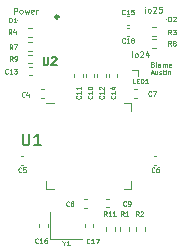
<source format=gbr>
%TF.GenerationSoftware,KiCad,Pcbnew,6.0.11+dfsg-1~bpo11+1*%
%TF.CreationDate,2023-07-13T21:39:36-04:00*%
%TF.ProjectId,Pop-In RP2040,506f702d-496e-4205-9250-323034302e6b,rev?*%
%TF.SameCoordinates,PX5f5e100PY5f5e100*%
%TF.FileFunction,Legend,Top*%
%TF.FilePolarity,Positive*%
%FSLAX46Y46*%
G04 Gerber Fmt 4.6, Leading zero omitted, Abs format (unit mm)*
G04 Created by KiCad (PCBNEW 6.0.11+dfsg-1~bpo11+1) date 2023-07-13 21:39:36*
%MOMM*%
%LPD*%
G01*
G04 APERTURE LIST*
%ADD10C,0.125000*%
%ADD11C,0.100000*%
%ADD12C,0.175000*%
%ADD13C,0.150000*%
%ADD14C,0.120000*%
%ADD15C,0.250000*%
G04 APERTURE END LIST*
D10*
X4865913Y9663569D02*
X4865913Y9996902D01*
X4865913Y10163569D02*
X4842103Y10139759D01*
X4865913Y10115950D01*
X4889722Y10139759D01*
X4865913Y10163569D01*
X4865913Y10115950D01*
X5175436Y9663569D02*
X5127817Y9687379D01*
X5104008Y9711188D01*
X5080198Y9758807D01*
X5080198Y9901664D01*
X5104008Y9949283D01*
X5127817Y9973093D01*
X5175436Y9996902D01*
X5246865Y9996902D01*
X5294484Y9973093D01*
X5318294Y9949283D01*
X5342103Y9901664D01*
X5342103Y9758807D01*
X5318294Y9711188D01*
X5294484Y9687379D01*
X5246865Y9663569D01*
X5175436Y9663569D01*
X5532579Y10115950D02*
X5556389Y10139759D01*
X5604008Y10163569D01*
X5723055Y10163569D01*
X5770674Y10139759D01*
X5794484Y10115950D01*
X5818294Y10068331D01*
X5818294Y10020712D01*
X5794484Y9949283D01*
X5508770Y9663569D01*
X5818294Y9663569D01*
X6270674Y10163569D02*
X6032579Y10163569D01*
X6008770Y9925474D01*
X6032579Y9949283D01*
X6080198Y9973093D01*
X6199246Y9973093D01*
X6246865Y9949283D01*
X6270674Y9925474D01*
X6294484Y9877855D01*
X6294484Y9758807D01*
X6270674Y9711188D01*
X6246865Y9687379D01*
X6199246Y9663569D01*
X6080198Y9663569D01*
X6032579Y9687379D01*
X6008770Y9711188D01*
X3754400Y5884222D02*
X3754400Y6217555D01*
X3754400Y6384222D02*
X3730590Y6360412D01*
X3754400Y6336603D01*
X3778209Y6360412D01*
X3754400Y6384222D01*
X3754400Y6336603D01*
X4063923Y5884222D02*
X4016304Y5908032D01*
X3992495Y5931841D01*
X3968685Y5979460D01*
X3968685Y6122317D01*
X3992495Y6169936D01*
X4016304Y6193746D01*
X4063923Y6217555D01*
X4135352Y6217555D01*
X4182971Y6193746D01*
X4206781Y6169936D01*
X4230590Y6122317D01*
X4230590Y5979460D01*
X4206781Y5931841D01*
X4182971Y5908032D01*
X4135352Y5884222D01*
X4063923Y5884222D01*
X4421066Y6336603D02*
X4444876Y6360412D01*
X4492495Y6384222D01*
X4611542Y6384222D01*
X4659161Y6360412D01*
X4682971Y6336603D01*
X4706781Y6288984D01*
X4706781Y6241365D01*
X4682971Y6169936D01*
X4397257Y5884222D01*
X4706781Y5884222D01*
X5135352Y6217555D02*
X5135352Y5884222D01*
X5016304Y6408032D02*
X4897257Y6050889D01*
X5206781Y6050889D01*
X-6251485Y9574563D02*
X-6251485Y10074563D01*
X-6061009Y10074563D01*
X-6013389Y10050753D01*
X-5989580Y10026944D01*
X-5965770Y9979325D01*
X-5965770Y9907896D01*
X-5989580Y9860277D01*
X-6013389Y9836468D01*
X-6061009Y9812658D01*
X-6251485Y9812658D01*
X-5680056Y9574563D02*
X-5727675Y9598373D01*
X-5751485Y9622182D01*
X-5775294Y9669801D01*
X-5775294Y9812658D01*
X-5751485Y9860277D01*
X-5727675Y9884087D01*
X-5680056Y9907896D01*
X-5608628Y9907896D01*
X-5561009Y9884087D01*
X-5537199Y9860277D01*
X-5513389Y9812658D01*
X-5513389Y9669801D01*
X-5537199Y9622182D01*
X-5561009Y9598373D01*
X-5608628Y9574563D01*
X-5680056Y9574563D01*
X-5346723Y9907896D02*
X-5251485Y9574563D01*
X-5156247Y9812658D01*
X-5061009Y9574563D01*
X-4965770Y9907896D01*
X-4584818Y9598373D02*
X-4632437Y9574563D01*
X-4727675Y9574563D01*
X-4775294Y9598373D01*
X-4799104Y9645992D01*
X-4799104Y9836468D01*
X-4775294Y9884087D01*
X-4727675Y9907896D01*
X-4632437Y9907896D01*
X-4584818Y9884087D01*
X-4561009Y9836468D01*
X-4561009Y9788849D01*
X-4799104Y9741230D01*
X-4346723Y9574563D02*
X-4346723Y9907896D01*
X-4346723Y9812658D02*
X-4322913Y9860277D01*
X-4299104Y9884087D01*
X-4251485Y9907896D01*
X-4203866Y9907896D01*
D11*
X5501628Y5285593D02*
X5558771Y5266545D01*
X5577819Y5247498D01*
X5596867Y5209402D01*
X5596867Y5152260D01*
X5577819Y5114164D01*
X5558771Y5095117D01*
X5520676Y5076069D01*
X5368295Y5076069D01*
X5368295Y5476069D01*
X5501628Y5476069D01*
X5539724Y5457021D01*
X5558771Y5437974D01*
X5577819Y5399879D01*
X5577819Y5361783D01*
X5558771Y5323688D01*
X5539724Y5304641D01*
X5501628Y5285593D01*
X5368295Y5285593D01*
X5825438Y5076069D02*
X5787343Y5095117D01*
X5768295Y5133212D01*
X5768295Y5476069D01*
X6149247Y5076069D02*
X6149247Y5285593D01*
X6130200Y5323688D01*
X6092105Y5342736D01*
X6015914Y5342736D01*
X5977819Y5323688D01*
X6149247Y5095117D02*
X6111152Y5076069D01*
X6015914Y5076069D01*
X5977819Y5095117D01*
X5958771Y5133212D01*
X5958771Y5171307D01*
X5977819Y5209402D01*
X6015914Y5228450D01*
X6111152Y5228450D01*
X6149247Y5247498D01*
X6339724Y5076069D02*
X6339724Y5342736D01*
X6339724Y5304641D02*
X6358771Y5323688D01*
X6396867Y5342736D01*
X6454009Y5342736D01*
X6492105Y5323688D01*
X6511152Y5285593D01*
X6511152Y5076069D01*
X6511152Y5285593D02*
X6530200Y5323688D01*
X6568295Y5342736D01*
X6625438Y5342736D01*
X6663533Y5323688D01*
X6682581Y5285593D01*
X6682581Y5076069D01*
X7025438Y5095117D02*
X6987343Y5076069D01*
X6911152Y5076069D01*
X6873057Y5095117D01*
X6854009Y5133212D01*
X6854009Y5285593D01*
X6873057Y5323688D01*
X6911152Y5342736D01*
X6987343Y5342736D01*
X7025438Y5323688D01*
X7044486Y5285593D01*
X7044486Y5247498D01*
X6854009Y5209402D01*
X5368295Y4546355D02*
X5558771Y4546355D01*
X5330200Y4432069D02*
X5463533Y4832069D01*
X5596867Y4432069D01*
X5901628Y4698736D02*
X5901628Y4432069D01*
X5730200Y4698736D02*
X5730200Y4489212D01*
X5749247Y4451117D01*
X5787343Y4432069D01*
X5844486Y4432069D01*
X5882581Y4451117D01*
X5901628Y4470164D01*
X6073057Y4451117D02*
X6111152Y4432069D01*
X6187343Y4432069D01*
X6225438Y4451117D01*
X6244486Y4489212D01*
X6244486Y4508260D01*
X6225438Y4546355D01*
X6187343Y4565402D01*
X6130200Y4565402D01*
X6092105Y4584450D01*
X6073057Y4622545D01*
X6073057Y4641593D01*
X6092105Y4679688D01*
X6130200Y4698736D01*
X6187343Y4698736D01*
X6225438Y4679688D01*
X6358771Y4698736D02*
X6511152Y4698736D01*
X6415914Y4832069D02*
X6415914Y4489212D01*
X6434962Y4451117D01*
X6473057Y4432069D01*
X6511152Y4432069D01*
X6644486Y4432069D02*
X6644486Y4698736D01*
X6644486Y4832069D02*
X6625438Y4813021D01*
X6644486Y4793974D01*
X6663533Y4813021D01*
X6644486Y4832069D01*
X6644486Y4793974D01*
X6834962Y4698736D02*
X6834962Y4432069D01*
X6834962Y4660641D02*
X6854009Y4679688D01*
X6892105Y4698736D01*
X6949247Y4698736D01*
X6987343Y4679688D01*
X7006390Y4641593D01*
X7006390Y4432069D01*
%TO.C,C15*%
X3151822Y9557133D02*
X3132774Y9538086D01*
X3075631Y9519038D01*
X3037536Y9519038D01*
X2980393Y9538086D01*
X2942298Y9576181D01*
X2923250Y9614276D01*
X2904203Y9690467D01*
X2904203Y9747610D01*
X2923250Y9823800D01*
X2942298Y9861895D01*
X2980393Y9899990D01*
X3037536Y9919038D01*
X3075631Y9919038D01*
X3132774Y9899990D01*
X3151822Y9880943D01*
X3532774Y9519038D02*
X3304203Y9519038D01*
X3418488Y9519038D02*
X3418488Y9919038D01*
X3380393Y9861895D01*
X3342298Y9823800D01*
X3304203Y9804752D01*
X3894679Y9919038D02*
X3704203Y9919038D01*
X3685155Y9728562D01*
X3704203Y9747610D01*
X3742298Y9766657D01*
X3837536Y9766657D01*
X3875631Y9747610D01*
X3894679Y9728562D01*
X3913726Y9690467D01*
X3913726Y9595229D01*
X3894679Y9557133D01*
X3875631Y9538086D01*
X3837536Y9519038D01*
X3742298Y9519038D01*
X3704203Y9538086D01*
X3685155Y9557133D01*
D12*
%TO.C,U2*%
X-3737444Y5913472D02*
X-3737444Y5346805D01*
X-3704110Y5280138D01*
X-3670777Y5246805D01*
X-3604110Y5213472D01*
X-3470777Y5213472D01*
X-3404110Y5246805D01*
X-3370777Y5280138D01*
X-3337444Y5346805D01*
X-3337444Y5913472D01*
X-3037444Y5846805D02*
X-3004110Y5880138D01*
X-2937444Y5913472D01*
X-2770777Y5913472D01*
X-2704110Y5880138D01*
X-2670777Y5846805D01*
X-2637444Y5780138D01*
X-2637444Y5713472D01*
X-2670777Y5613472D01*
X-3070777Y5213472D01*
X-2637444Y5213472D01*
D11*
%TO.C,D2*%
X6838174Y8925781D02*
X6838174Y9325781D01*
X6933413Y9325781D01*
X6990555Y9306733D01*
X7028651Y9268638D01*
X7047698Y9230543D01*
X7066746Y9154353D01*
X7066746Y9097210D01*
X7047698Y9021019D01*
X7028651Y8982924D01*
X6990555Y8944829D01*
X6933413Y8925781D01*
X6838174Y8925781D01*
X7219127Y9287686D02*
X7238174Y9306733D01*
X7276270Y9325781D01*
X7371508Y9325781D01*
X7409603Y9306733D01*
X7428651Y9287686D01*
X7447698Y9249591D01*
X7447698Y9211495D01*
X7428651Y9154353D01*
X7200079Y8925781D01*
X7447698Y8925781D01*
%TO.C,Y1*%
X-2006260Y-9859224D02*
X-2006260Y-10049700D01*
X-2139593Y-9649700D02*
X-2006260Y-9859224D01*
X-1872926Y-9649700D01*
X-1530069Y-10049700D02*
X-1758641Y-10049700D01*
X-1644355Y-10049700D02*
X-1644355Y-9649700D01*
X-1682450Y-9706843D01*
X-1720545Y-9744938D01*
X-1758641Y-9763986D01*
%TO.C,R3*%
X7055240Y7808311D02*
X6921907Y7998787D01*
X6826668Y7808311D02*
X6826668Y8208311D01*
X6979049Y8208311D01*
X7017145Y8189263D01*
X7036192Y8170216D01*
X7055240Y8132121D01*
X7055240Y8074978D01*
X7036192Y8036883D01*
X7017145Y8017835D01*
X6979049Y7998787D01*
X6826668Y7998787D01*
X7188573Y8208311D02*
X7436192Y8208311D01*
X7302859Y8055930D01*
X7360002Y8055930D01*
X7398097Y8036883D01*
X7417145Y8017835D01*
X7436192Y7979740D01*
X7436192Y7884502D01*
X7417145Y7846406D01*
X7398097Y7827359D01*
X7360002Y7808311D01*
X7245716Y7808311D01*
X7207621Y7827359D01*
X7188573Y7846406D01*
%TO.C,C6*%
X5655052Y-3806630D02*
X5636004Y-3825677D01*
X5578861Y-3844725D01*
X5540766Y-3844725D01*
X5483623Y-3825677D01*
X5445528Y-3787582D01*
X5426480Y-3749487D01*
X5407433Y-3673296D01*
X5407433Y-3616153D01*
X5426480Y-3539963D01*
X5445528Y-3501868D01*
X5483623Y-3463773D01*
X5540766Y-3444725D01*
X5578861Y-3444725D01*
X5636004Y-3463773D01*
X5655052Y-3482820D01*
X5997909Y-3444725D02*
X5921719Y-3444725D01*
X5883623Y-3463773D01*
X5864576Y-3482820D01*
X5826480Y-3539963D01*
X5807433Y-3616153D01*
X5807433Y-3768534D01*
X5826480Y-3806630D01*
X5845528Y-3825677D01*
X5883623Y-3844725D01*
X5959814Y-3844725D01*
X5997909Y-3825677D01*
X6016957Y-3806630D01*
X6036004Y-3768534D01*
X6036004Y-3673296D01*
X6016957Y-3635201D01*
X5997909Y-3616153D01*
X5959814Y-3597106D01*
X5883623Y-3597106D01*
X5845528Y-3616153D01*
X5826480Y-3635201D01*
X5807433Y-3673296D01*
%TO.C,R9*%
X-6351115Y5576262D02*
X-6484448Y5766738D01*
X-6579687Y5576262D02*
X-6579687Y5976262D01*
X-6427306Y5976262D01*
X-6389210Y5957214D01*
X-6370163Y5938167D01*
X-6351115Y5900072D01*
X-6351115Y5842929D01*
X-6370163Y5804834D01*
X-6389210Y5785786D01*
X-6427306Y5766738D01*
X-6579687Y5766738D01*
X-6160639Y5576262D02*
X-6084448Y5576262D01*
X-6046353Y5595310D01*
X-6027306Y5614357D01*
X-5989210Y5671500D01*
X-5970163Y5747691D01*
X-5970163Y5900072D01*
X-5989210Y5938167D01*
X-6008258Y5957214D01*
X-6046353Y5976262D01*
X-6122544Y5976262D01*
X-6160639Y5957214D01*
X-6179687Y5938167D01*
X-6198734Y5900072D01*
X-6198734Y5804834D01*
X-6179687Y5766738D01*
X-6160639Y5747691D01*
X-6122544Y5728643D01*
X-6046353Y5728643D01*
X-6008258Y5747691D01*
X-5989210Y5766738D01*
X-5970163Y5804834D01*
%TO.C,R4*%
X-6449534Y7866963D02*
X-6582867Y8057439D01*
X-6678106Y7866963D02*
X-6678106Y8266963D01*
X-6525725Y8266963D01*
X-6487629Y8247915D01*
X-6468582Y8228868D01*
X-6449534Y8190773D01*
X-6449534Y8133630D01*
X-6468582Y8095535D01*
X-6487629Y8076487D01*
X-6525725Y8057439D01*
X-6678106Y8057439D01*
X-6106677Y8133630D02*
X-6106677Y7866963D01*
X-6201915Y8286011D02*
X-6297153Y8000296D01*
X-6049534Y8000296D01*
%TO.C,C12*%
X1332526Y2616958D02*
X1351573Y2597910D01*
X1370621Y2540767D01*
X1370621Y2502672D01*
X1351573Y2445529D01*
X1313478Y2407434D01*
X1275383Y2388386D01*
X1199192Y2369339D01*
X1142049Y2369339D01*
X1065859Y2388386D01*
X1027764Y2407434D01*
X989669Y2445529D01*
X970621Y2502672D01*
X970621Y2540767D01*
X989669Y2597910D01*
X1008716Y2616958D01*
X1370621Y2997910D02*
X1370621Y2769339D01*
X1370621Y2883624D02*
X970621Y2883624D01*
X1027764Y2845529D01*
X1065859Y2807434D01*
X1084907Y2769339D01*
X1008716Y3150291D02*
X989669Y3169339D01*
X970621Y3207434D01*
X970621Y3302672D01*
X989669Y3340767D01*
X1008716Y3359815D01*
X1046811Y3378862D01*
X1084907Y3378862D01*
X1142049Y3359815D01*
X1370621Y3131243D01*
X1370621Y3378862D01*
%TO.C,R1*%
X3044784Y-7564944D02*
X2911451Y-7374468D01*
X2816212Y-7564944D02*
X2816212Y-7164944D01*
X2968593Y-7164944D01*
X3006689Y-7183992D01*
X3025736Y-7203039D01*
X3044784Y-7241134D01*
X3044784Y-7298277D01*
X3025736Y-7336372D01*
X3006689Y-7355420D01*
X2968593Y-7374468D01*
X2816212Y-7374468D01*
X3425736Y-7564944D02*
X3197165Y-7564944D01*
X3311451Y-7564944D02*
X3311451Y-7164944D01*
X3273355Y-7222087D01*
X3235260Y-7260182D01*
X3197165Y-7279230D01*
%TO.C,C5*%
X-5621296Y-3810183D02*
X-5640344Y-3829230D01*
X-5697487Y-3848278D01*
X-5735582Y-3848278D01*
X-5792725Y-3829230D01*
X-5830820Y-3791135D01*
X-5849868Y-3753040D01*
X-5868915Y-3676849D01*
X-5868915Y-3619706D01*
X-5849868Y-3543516D01*
X-5830820Y-3505421D01*
X-5792725Y-3467326D01*
X-5735582Y-3448278D01*
X-5697487Y-3448278D01*
X-5640344Y-3467326D01*
X-5621296Y-3486373D01*
X-5259391Y-3448278D02*
X-5449868Y-3448278D01*
X-5468915Y-3638754D01*
X-5449868Y-3619706D01*
X-5411772Y-3600659D01*
X-5316534Y-3600659D01*
X-5278439Y-3619706D01*
X-5259391Y-3638754D01*
X-5240344Y-3676849D01*
X-5240344Y-3772087D01*
X-5259391Y-3810183D01*
X-5278439Y-3829230D01*
X-5316534Y-3848278D01*
X-5411772Y-3848278D01*
X-5449868Y-3829230D01*
X-5468915Y-3810183D01*
%TO.C,D1*%
X-6651473Y8825785D02*
X-6651473Y9225785D01*
X-6556234Y9225785D01*
X-6499092Y9206737D01*
X-6460996Y9168642D01*
X-6441949Y9130547D01*
X-6422901Y9054357D01*
X-6422901Y8997214D01*
X-6441949Y8921023D01*
X-6460996Y8882928D01*
X-6499092Y8844833D01*
X-6556234Y8825785D01*
X-6651473Y8825785D01*
X-6041949Y8825785D02*
X-6270520Y8825785D01*
X-6156234Y8825785D02*
X-6156234Y9225785D01*
X-6194330Y9168642D01*
X-6232425Y9130547D01*
X-6270520Y9111499D01*
%TO.C,C10*%
X358169Y2616958D02*
X377216Y2597910D01*
X396264Y2540767D01*
X396264Y2502672D01*
X377216Y2445529D01*
X339121Y2407434D01*
X301026Y2388386D01*
X224835Y2369339D01*
X167692Y2369339D01*
X91502Y2388386D01*
X53407Y2407434D01*
X15312Y2445529D01*
X-3736Y2502672D01*
X-3736Y2540767D01*
X15312Y2597910D01*
X34359Y2616958D01*
X396264Y2997910D02*
X396264Y2769339D01*
X396264Y2883624D02*
X-3736Y2883624D01*
X53407Y2845529D01*
X91502Y2807434D01*
X110550Y2769339D01*
X-3736Y3245529D02*
X-3736Y3283624D01*
X15312Y3321720D01*
X34359Y3340767D01*
X72454Y3359815D01*
X148645Y3378862D01*
X243883Y3378862D01*
X320073Y3359815D01*
X358169Y3340767D01*
X377216Y3321720D01*
X396264Y3283624D01*
X396264Y3245529D01*
X377216Y3207434D01*
X358169Y3188386D01*
X320073Y3169339D01*
X243883Y3150291D01*
X148645Y3150291D01*
X72454Y3169339D01*
X34359Y3188386D01*
X15312Y3207434D01*
X-3736Y3245529D01*
D13*
%TO.C,U1*%
X-5510939Y-584240D02*
X-5510939Y-1393764D01*
X-5463320Y-1489002D01*
X-5415701Y-1536621D01*
X-5320463Y-1584240D01*
X-5129987Y-1584240D01*
X-5034749Y-1536621D01*
X-4987130Y-1489002D01*
X-4939511Y-1393764D01*
X-4939511Y-584240D01*
X-3939511Y-1584240D02*
X-4510939Y-1584240D01*
X-4225225Y-1584240D02*
X-4225225Y-584240D01*
X-4320463Y-727098D01*
X-4415701Y-822336D01*
X-4510939Y-869955D01*
D11*
%TO.C,C9*%
X3255857Y-6665285D02*
X3236809Y-6684332D01*
X3179666Y-6703380D01*
X3141571Y-6703380D01*
X3084428Y-6684332D01*
X3046333Y-6646237D01*
X3027285Y-6608142D01*
X3008238Y-6531951D01*
X3008238Y-6474808D01*
X3027285Y-6398618D01*
X3046333Y-6360523D01*
X3084428Y-6322428D01*
X3141571Y-6303380D01*
X3179666Y-6303380D01*
X3236809Y-6322428D01*
X3255857Y-6341475D01*
X3446333Y-6703380D02*
X3522524Y-6703380D01*
X3560619Y-6684332D01*
X3579666Y-6665285D01*
X3617762Y-6608142D01*
X3636809Y-6531951D01*
X3636809Y-6379570D01*
X3617762Y-6341475D01*
X3598714Y-6322428D01*
X3560619Y-6303380D01*
X3484428Y-6303380D01*
X3446333Y-6322428D01*
X3427285Y-6341475D01*
X3408238Y-6379570D01*
X3408238Y-6474808D01*
X3427285Y-6512904D01*
X3446333Y-6531951D01*
X3484428Y-6550999D01*
X3560619Y-6550999D01*
X3598714Y-6531951D01*
X3617762Y-6512904D01*
X3636809Y-6474808D01*
%TO.C,R2*%
X4330414Y-7564944D02*
X4197081Y-7374468D01*
X4101842Y-7564944D02*
X4101842Y-7164944D01*
X4254223Y-7164944D01*
X4292319Y-7183992D01*
X4311366Y-7203039D01*
X4330414Y-7241134D01*
X4330414Y-7298277D01*
X4311366Y-7336372D01*
X4292319Y-7355420D01*
X4254223Y-7374468D01*
X4101842Y-7374468D01*
X4482795Y-7203039D02*
X4501842Y-7183992D01*
X4539938Y-7164944D01*
X4635176Y-7164944D01*
X4673271Y-7183992D01*
X4692319Y-7203039D01*
X4711366Y-7241134D01*
X4711366Y-7279230D01*
X4692319Y-7336372D01*
X4463747Y-7564944D01*
X4711366Y-7564944D01*
%TO.C,C14*%
X2300598Y2616958D02*
X2319645Y2597910D01*
X2338693Y2540767D01*
X2338693Y2502672D01*
X2319645Y2445529D01*
X2281550Y2407434D01*
X2243455Y2388386D01*
X2167264Y2369339D01*
X2110121Y2369339D01*
X2033931Y2388386D01*
X1995836Y2407434D01*
X1957741Y2445529D01*
X1938693Y2502672D01*
X1938693Y2540767D01*
X1957741Y2597910D01*
X1976788Y2616958D01*
X2338693Y2997910D02*
X2338693Y2769339D01*
X2338693Y2883624D02*
X1938693Y2883624D01*
X1995836Y2845529D01*
X2033931Y2807434D01*
X2052979Y2769339D01*
X2072026Y3340767D02*
X2338693Y3340767D01*
X1919645Y3245529D02*
X2205360Y3150291D01*
X2205360Y3397910D01*
%TO.C,C8*%
X-1582367Y-6686392D02*
X-1601415Y-6705439D01*
X-1658558Y-6724487D01*
X-1696653Y-6724487D01*
X-1753796Y-6705439D01*
X-1791891Y-6667344D01*
X-1810939Y-6629249D01*
X-1829986Y-6553058D01*
X-1829986Y-6495915D01*
X-1810939Y-6419725D01*
X-1791891Y-6381630D01*
X-1753796Y-6343535D01*
X-1696653Y-6324487D01*
X-1658558Y-6324487D01*
X-1601415Y-6343535D01*
X-1582367Y-6362582D01*
X-1353796Y-6495915D02*
X-1391891Y-6476868D01*
X-1410939Y-6457820D01*
X-1429986Y-6419725D01*
X-1429986Y-6400677D01*
X-1410939Y-6362582D01*
X-1391891Y-6343535D01*
X-1353796Y-6324487D01*
X-1277605Y-6324487D01*
X-1239510Y-6343535D01*
X-1220462Y-6362582D01*
X-1201415Y-6400677D01*
X-1201415Y-6419725D01*
X-1220462Y-6457820D01*
X-1239510Y-6476868D01*
X-1277605Y-6495915D01*
X-1353796Y-6495915D01*
X-1391891Y-6514963D01*
X-1410939Y-6534011D01*
X-1429986Y-6572106D01*
X-1429986Y-6648296D01*
X-1410939Y-6686392D01*
X-1391891Y-6705439D01*
X-1353796Y-6724487D01*
X-1277605Y-6724487D01*
X-1239510Y-6705439D01*
X-1220462Y-6686392D01*
X-1201415Y-6648296D01*
X-1201415Y-6572106D01*
X-1220462Y-6534011D01*
X-1239510Y-6514963D01*
X-1277605Y-6495915D01*
%TO.C,R8*%
X7061615Y6861383D02*
X6928282Y7051859D01*
X6833043Y6861383D02*
X6833043Y7261383D01*
X6985424Y7261383D01*
X7023520Y7242335D01*
X7042567Y7223288D01*
X7061615Y7185193D01*
X7061615Y7128050D01*
X7042567Y7089955D01*
X7023520Y7070907D01*
X6985424Y7051859D01*
X6833043Y7051859D01*
X7290186Y7089955D02*
X7252091Y7109002D01*
X7233043Y7128050D01*
X7213996Y7166145D01*
X7213996Y7185193D01*
X7233043Y7223288D01*
X7252091Y7242335D01*
X7290186Y7261383D01*
X7366377Y7261383D01*
X7404472Y7242335D01*
X7423520Y7223288D01*
X7442567Y7185193D01*
X7442567Y7166145D01*
X7423520Y7128050D01*
X7404472Y7109002D01*
X7366377Y7089955D01*
X7290186Y7089955D01*
X7252091Y7070907D01*
X7233043Y7051859D01*
X7213996Y7013764D01*
X7213996Y6937574D01*
X7233043Y6899478D01*
X7252091Y6880431D01*
X7290186Y6861383D01*
X7366377Y6861383D01*
X7404472Y6880431D01*
X7423520Y6899478D01*
X7442567Y6937574D01*
X7442567Y7013764D01*
X7423520Y7051859D01*
X7404472Y7070907D01*
X7366377Y7089955D01*
%TO.C,C7*%
X5383846Y2654094D02*
X5364798Y2635047D01*
X5307655Y2615999D01*
X5269560Y2615999D01*
X5212417Y2635047D01*
X5174322Y2673142D01*
X5155274Y2711237D01*
X5136227Y2787428D01*
X5136227Y2844571D01*
X5155274Y2920761D01*
X5174322Y2958856D01*
X5212417Y2996951D01*
X5269560Y3015999D01*
X5307655Y3015999D01*
X5364798Y2996951D01*
X5383846Y2977904D01*
X5517179Y3015999D02*
X5783846Y3015999D01*
X5612417Y2615999D01*
%TO.C,C4*%
X-5342934Y2575492D02*
X-5361982Y2556445D01*
X-5419125Y2537397D01*
X-5457220Y2537397D01*
X-5514363Y2556445D01*
X-5552458Y2594540D01*
X-5571506Y2632635D01*
X-5590553Y2708826D01*
X-5590553Y2765969D01*
X-5571506Y2842159D01*
X-5552458Y2880254D01*
X-5514363Y2918349D01*
X-5457220Y2937397D01*
X-5419125Y2937397D01*
X-5361982Y2918349D01*
X-5342934Y2899302D01*
X-5000077Y2804064D02*
X-5000077Y2537397D01*
X-5095315Y2956445D02*
X-5190553Y2670730D01*
X-4942934Y2670730D01*
%TO.C,C11*%
X-616189Y2616958D02*
X-597142Y2597910D01*
X-578094Y2540767D01*
X-578094Y2502672D01*
X-597142Y2445529D01*
X-635237Y2407434D01*
X-673332Y2388386D01*
X-749523Y2369339D01*
X-806666Y2369339D01*
X-882856Y2388386D01*
X-920951Y2407434D01*
X-959046Y2445529D01*
X-978094Y2502672D01*
X-978094Y2540767D01*
X-959046Y2597910D01*
X-939999Y2616958D01*
X-578094Y2997910D02*
X-578094Y2769339D01*
X-578094Y2883624D02*
X-978094Y2883624D01*
X-920951Y2845529D01*
X-882856Y2807434D01*
X-863808Y2769339D01*
X-578094Y3378862D02*
X-578094Y3150291D01*
X-578094Y3264577D02*
X-978094Y3264577D01*
X-920951Y3226481D01*
X-882856Y3188386D01*
X-863808Y3150291D01*
%TO.C,C17*%
X152951Y-9844675D02*
X133903Y-9863722D01*
X76760Y-9882770D01*
X38665Y-9882770D01*
X-18478Y-9863722D01*
X-56573Y-9825627D01*
X-75621Y-9787532D01*
X-94668Y-9711341D01*
X-94668Y-9654198D01*
X-75621Y-9578008D01*
X-56573Y-9539913D01*
X-18478Y-9501818D01*
X38665Y-9482770D01*
X76760Y-9482770D01*
X133903Y-9501818D01*
X152951Y-9520865D01*
X533903Y-9882770D02*
X305332Y-9882770D01*
X419617Y-9882770D02*
X419617Y-9482770D01*
X381522Y-9539913D01*
X343427Y-9578008D01*
X305332Y-9597056D01*
X667236Y-9482770D02*
X933903Y-9482770D01*
X762474Y-9882770D01*
%TO.C,R11*%
X1612010Y-7564944D02*
X1478676Y-7374468D01*
X1383438Y-7564944D02*
X1383438Y-7164944D01*
X1535819Y-7164944D01*
X1573914Y-7183992D01*
X1592962Y-7203039D01*
X1612010Y-7241134D01*
X1612010Y-7298277D01*
X1592962Y-7336372D01*
X1573914Y-7355420D01*
X1535819Y-7374468D01*
X1383438Y-7374468D01*
X1992962Y-7564944D02*
X1764391Y-7564944D01*
X1878676Y-7564944D02*
X1878676Y-7164944D01*
X1840581Y-7222087D01*
X1802486Y-7260182D01*
X1764391Y-7279230D01*
X2373914Y-7564944D02*
X2145343Y-7564944D01*
X2259629Y-7564944D02*
X2259629Y-7164944D01*
X2221533Y-7222087D01*
X2183438Y-7260182D01*
X2145343Y-7279230D01*
%TO.C,C16*%
X-4205999Y-9816188D02*
X-4225047Y-9835235D01*
X-4282190Y-9854283D01*
X-4320285Y-9854283D01*
X-4377428Y-9835235D01*
X-4415523Y-9797140D01*
X-4434571Y-9759045D01*
X-4453618Y-9682854D01*
X-4453618Y-9625711D01*
X-4434571Y-9549521D01*
X-4415523Y-9511426D01*
X-4377428Y-9473331D01*
X-4320285Y-9454283D01*
X-4282190Y-9454283D01*
X-4225047Y-9473331D01*
X-4205999Y-9492378D01*
X-3825047Y-9854283D02*
X-4053618Y-9854283D01*
X-3939333Y-9854283D02*
X-3939333Y-9454283D01*
X-3977428Y-9511426D01*
X-4015523Y-9549521D01*
X-4053618Y-9568569D01*
X-3482190Y-9454283D02*
X-3558380Y-9454283D01*
X-3596476Y-9473331D01*
X-3615523Y-9492378D01*
X-3653618Y-9549521D01*
X-3672666Y-9625711D01*
X-3672666Y-9778092D01*
X-3653618Y-9816188D01*
X-3634571Y-9835235D01*
X-3596476Y-9854283D01*
X-3520285Y-9854283D01*
X-3482190Y-9835235D01*
X-3463142Y-9816188D01*
X-3444095Y-9778092D01*
X-3444095Y-9682854D01*
X-3463142Y-9644759D01*
X-3482190Y-9625711D01*
X-3520285Y-9606664D01*
X-3596476Y-9606664D01*
X-3634571Y-9625711D01*
X-3653618Y-9644759D01*
X-3672666Y-9682854D01*
%TO.C,R7*%
X-6375877Y6573250D02*
X-6509210Y6763726D01*
X-6604449Y6573250D02*
X-6604449Y6973250D01*
X-6452068Y6973250D01*
X-6413972Y6954202D01*
X-6394925Y6935155D01*
X-6375877Y6897060D01*
X-6375877Y6839917D01*
X-6394925Y6801822D01*
X-6413972Y6782774D01*
X-6452068Y6763726D01*
X-6604449Y6763726D01*
X-6242544Y6973250D02*
X-5975877Y6973250D01*
X-6147306Y6573250D01*
%TO.C,C18*%
X3142280Y7143105D02*
X3123232Y7124058D01*
X3066089Y7105010D01*
X3027994Y7105010D01*
X2970851Y7124058D01*
X2932756Y7162153D01*
X2913708Y7200248D01*
X2894661Y7276439D01*
X2894661Y7333582D01*
X2913708Y7409772D01*
X2932756Y7447867D01*
X2970851Y7485962D01*
X3027994Y7505010D01*
X3066089Y7505010D01*
X3123232Y7485962D01*
X3142280Y7466915D01*
X3523232Y7105010D02*
X3294661Y7105010D01*
X3408946Y7105010D02*
X3408946Y7505010D01*
X3370851Y7447867D01*
X3332756Y7409772D01*
X3294661Y7390724D01*
X3751803Y7333582D02*
X3713708Y7352629D01*
X3694661Y7371677D01*
X3675613Y7409772D01*
X3675613Y7428820D01*
X3694661Y7466915D01*
X3713708Y7485962D01*
X3751803Y7505010D01*
X3827994Y7505010D01*
X3866089Y7485962D01*
X3885137Y7466915D01*
X3904184Y7428820D01*
X3904184Y7409772D01*
X3885137Y7371677D01*
X3866089Y7352629D01*
X3827994Y7333582D01*
X3751803Y7333582D01*
X3713708Y7314534D01*
X3694661Y7295486D01*
X3675613Y7257391D01*
X3675613Y7181201D01*
X3694661Y7143105D01*
X3713708Y7124058D01*
X3751803Y7105010D01*
X3827994Y7105010D01*
X3866089Y7124058D01*
X3885137Y7143105D01*
X3904184Y7181201D01*
X3904184Y7257391D01*
X3885137Y7295486D01*
X3866089Y7314534D01*
X3827994Y7333582D01*
%TO.C,LED1*%
X4017117Y3668784D02*
X3826641Y3668784D01*
X3826641Y4068784D01*
X4150451Y3878308D02*
X4283784Y3878308D01*
X4340927Y3668784D02*
X4150451Y3668784D01*
X4150451Y4068784D01*
X4340927Y4068784D01*
X4512356Y3668784D02*
X4512356Y4068784D01*
X4607594Y4068784D01*
X4664737Y4049736D01*
X4702832Y4011641D01*
X4721879Y3973546D01*
X4740927Y3897356D01*
X4740927Y3840213D01*
X4721879Y3764022D01*
X4702832Y3725927D01*
X4664737Y3687832D01*
X4607594Y3668784D01*
X4512356Y3668784D01*
X5121879Y3668784D02*
X4893308Y3668784D01*
X5007594Y3668784D02*
X5007594Y4068784D01*
X4969498Y4011641D01*
X4931403Y3973546D01*
X4893308Y3954498D01*
%TO.C,C13*%
X-6760819Y4524815D02*
X-6779867Y4505768D01*
X-6837010Y4486720D01*
X-6875105Y4486720D01*
X-6932248Y4505768D01*
X-6970343Y4543863D01*
X-6989391Y4581958D01*
X-7008438Y4658149D01*
X-7008438Y4715292D01*
X-6989391Y4791482D01*
X-6970343Y4829577D01*
X-6932248Y4867672D01*
X-6875105Y4886720D01*
X-6837010Y4886720D01*
X-6779867Y4867672D01*
X-6760819Y4848625D01*
X-6379867Y4486720D02*
X-6608438Y4486720D01*
X-6494153Y4486720D02*
X-6494153Y4886720D01*
X-6532248Y4829577D01*
X-6570343Y4791482D01*
X-6608438Y4772434D01*
X-6246534Y4886720D02*
X-5998915Y4886720D01*
X-6132248Y4734339D01*
X-6075105Y4734339D01*
X-6037010Y4715292D01*
X-6017962Y4696244D01*
X-5998915Y4658149D01*
X-5998915Y4562911D01*
X-6017962Y4524815D01*
X-6037010Y4505768D01*
X-6075105Y4486720D01*
X-6189391Y4486720D01*
X-6227486Y4505768D01*
X-6246534Y4524815D01*
D14*
%TO.C,C15*%
X3302122Y8631810D02*
X3517794Y8631810D01*
X3302122Y9351810D02*
X3517794Y9351810D01*
D15*
%TO.C,U2*%
X-2476463Y9304437D02*
G75*
G03*
X-2476463Y9304437I-125000J0D01*
G01*
D11*
%TO.C,D2*%
X6721963Y9106733D02*
G75*
G03*
X6721963Y9106733I-50000J0D01*
G01*
D14*
%TO.C,Y1*%
X-3165833Y-7202367D02*
X-3165833Y-9502367D01*
X-3165833Y-9502367D02*
X-465833Y-9502367D01*
%TO.C,R3*%
X5743181Y7703854D02*
X5435899Y7703854D01*
X5743181Y8463854D02*
X5435899Y8463854D01*
%TO.C,C6*%
X5585687Y-2505370D02*
X5801359Y-2505370D01*
X5585687Y-3225370D02*
X5801359Y-3225370D01*
%TO.C,R9*%
X-4709721Y5352832D02*
X-5017003Y5352832D01*
X-4709721Y6112832D02*
X-5017003Y6112832D01*
%TO.C,R4*%
X-5018754Y7609879D02*
X-4711472Y7609879D01*
X-5018754Y8369879D02*
X-4711472Y8369879D01*
%TO.C,C12*%
X829669Y4429952D02*
X829669Y4214280D01*
X1549669Y4429952D02*
X1549669Y4214280D01*
%TO.C,R1*%
X3507843Y-8823229D02*
X3507843Y-8515947D01*
X2747843Y-8823229D02*
X2747843Y-8515947D01*
%TO.C,C5*%
X-5437895Y-2503165D02*
X-5653567Y-2503165D01*
X-5437895Y-3223165D02*
X-5653567Y-3223165D01*
D11*
%TO.C,D1*%
X-5903389Y9006737D02*
G75*
G03*
X-5903389Y9006737I-50000J0D01*
G01*
D14*
%TO.C,C10*%
X-144688Y4214280D02*
X-144688Y4429952D01*
X575312Y4214280D02*
X575312Y4429952D01*
%TO.C,U1*%
X3694622Y-5248835D02*
X3694622Y-4598835D01*
X3694622Y1971165D02*
X3694622Y1321165D01*
X-2875378Y-5248835D02*
X-3525378Y-5248835D01*
X-3525378Y-5248835D02*
X-3525378Y-4598835D01*
X3044622Y1971165D02*
X3694622Y1971165D01*
X-2875378Y1971165D02*
X-3525378Y1971165D01*
X3044622Y-5248835D02*
X3694622Y-5248835D01*
%TO.C,C9*%
X1577719Y-6839004D02*
X1793391Y-6839004D01*
X1577719Y-6119004D02*
X1793391Y-6119004D01*
%TO.C,R2*%
X4059261Y-8823229D02*
X4059261Y-8515947D01*
X4819261Y-8823229D02*
X4819261Y-8515947D01*
%TO.C,C14*%
X1797741Y4214280D02*
X1797741Y4429952D01*
X2517741Y4214280D02*
X2517741Y4429952D01*
%TO.C,C8*%
X-88895Y-6127179D02*
X-304567Y-6127179D01*
X-88895Y-6847179D02*
X-304567Y-6847179D01*
%TO.C,R8*%
X5750185Y7407220D02*
X5442903Y7407220D01*
X5750185Y6647220D02*
X5442903Y6647220D01*
%TO.C,C7*%
X3924464Y2454099D02*
X4140136Y2454099D01*
X3924464Y3174099D02*
X4140136Y3174099D01*
%TO.C,C4*%
X-3738278Y3174099D02*
X-3953950Y3174099D01*
X-3738278Y2454099D02*
X-3953950Y2454099D01*
%TO.C,C11*%
X-399046Y4214280D02*
X-399046Y4429952D01*
X-1119046Y4214280D02*
X-1119046Y4429952D01*
%TO.C,C17*%
X-234632Y-8244531D02*
X-234632Y-8460203D01*
X485368Y-8244531D02*
X485368Y-8460203D01*
%TO.C,R11*%
X1525000Y-8515947D02*
X1525000Y-8823229D01*
X2285000Y-8515947D02*
X2285000Y-8823229D01*
%TO.C,C16*%
X-4118060Y-8460203D02*
X-4118060Y-8244531D01*
X-3398060Y-8460203D02*
X-3398060Y-8244531D01*
%TO.C,R7*%
X-5018754Y7140941D02*
X-4711472Y7140941D01*
X-5018754Y6380941D02*
X-4711472Y6380941D01*
%TO.C,C18*%
X3517794Y7659547D02*
X3302122Y7659547D01*
X3517794Y8379547D02*
X3302122Y8379547D01*
%TO.C,LED1*%
X4273660Y4298226D02*
X4273660Y4798226D01*
X4273660Y4798226D02*
X3773660Y4798226D01*
%TO.C,C13*%
X-4967536Y5063324D02*
X-4751864Y5063324D01*
X-4967536Y4343324D02*
X-4751864Y4343324D01*
%TD*%
M02*

</source>
